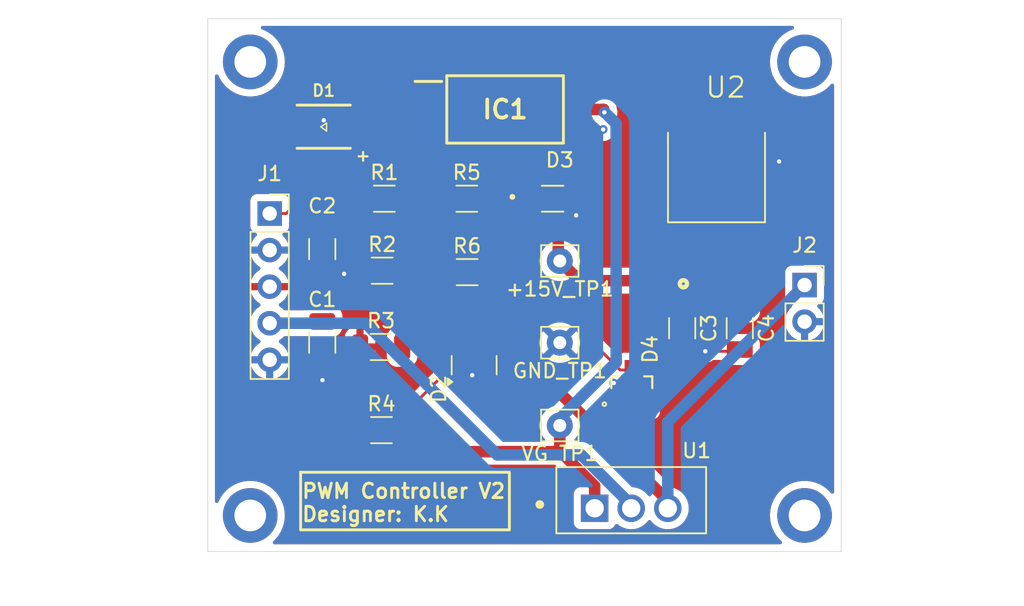
<source format=kicad_pcb>
(kicad_pcb (version 20240108) (generator "pcbnew") (generator_version "8.0")
  (title_block (title "PWM Controller V2") (date "2025-03-02") (rev "Version 2") (company "University of Liverpool"))
  (layers (0 "F.Cu" signal) (31 "B.Cu" signal) (35 "F.Paste" user) (37 "F.SilkS" user "F.Silkscreen") (38 "B.Mask" user) (39 "F.Mask" user) (44 "Edge.Cuts" user))
  (net 0 "")
  (net 1 "/+15V")
  (net 2 "+24V")
  (net 3 "GND")
  (net 4 "Net-(D1-Pad2)")
  (net 5 "Net-(D2-K)")
  (net 7 "Net-(D3-Pad1)")
  (net 9 "Net-(D4-Pad3)")
  (net 11 "Net-(IC1-ANODE)")
  (net 12 "/VG")
  (net 13 "Net-(IC1-CATHODE)")
  (net 14 "/PWM input")
  (net 15 "/Vsource")
  (net 16 "+12V")
  (footprint "BZD27C10P:SODFL3618X143N" (layer "F.Cu") (at 109.5 90)
    (property "Reference" "D3" (at 0.495 -2.685 0) (layer "F.SilkS"))
    (property "Value" "BZD27C24P R3G")
    (fp_line (start -0.75 -0.9) (end 0.75 -0.9) (stroke (width 0.127)) (layer "F.SilkS"))
    (fp_line (start -0.75 0.9) (end 0.75 0.9) (stroke (width 0.127)) (layer "F.SilkS"))
    (fp_circle (center -2.795 -0.127) (end -2.695 -0.127) (stroke (width 0.2)) (fill none) (layer "F.SilkS"))
    (pad "1" smd rect (at -1.55 0) (size 1.11 1.22) (layers "F.Cu" "F.Paste" "F.Mask") (net 7 "Net-(D3-Pad1)"))
    (pad "2" smd rect (at 1.55 0) (size 1.11 1.22) (layers "F.Cu" "F.Paste" "F.Mask") (net 3 "GND"))
  )
  (footprint "Resistor_SMD:R_1206_3216Metric" (layer "F.Cu") (at 103.5375 90)
    (property "Reference" "R5" (at 0 -1.82 0) (layer "F.SilkS"))
    (property "Value" "1.1k")
    (fp_line (start -0.727064 -0.91) (end 0.727064 -0.91) (stroke (width 0.12)) (layer "F.SilkS"))
    (fp_line (start -0.727064 0.91) (end 0.727064 0.91) (stroke (width 0.12)) (layer "F.SilkS"))
    (pad "1" smd roundrect (at -1.4625 0) (size 1.125 1.75) (layers "F.Cu" "F.Paste" "F.Mask") (roundrect_rratio 0.222222) (net 2 "+24V"))
    (pad "2" smd roundrect (at 1.4625 0) (size 1.125 1.75) (layers "F.Cu" "F.Paste" "F.Mask") (roundrect_rratio 0.222222) (net 7 "Net-(D3-Pad1)"))
  )
  (footprint "Package_TO_SOT_SMD:SOT-23" (layer "F.Cu") (at 104.05 101.5625 90)
    (property "Reference" "D2" (at -1.65 -2.4625 -90) (layer "F.SilkS"))
    (property "Value" "BZX84C15")
    (fp_line (start 0 -1.56) (end 0.65 -1.56) (stroke (width 0.12)) (layer "F.SilkS"))
    (fp_line (start 0 -1.56) (end -0.65 -1.56) (stroke (width 0.12)) (layer "F.SilkS"))
    (fp_line (start 0 1.56) (end 0.65 1.56) (stroke (width 0.12)) (layer "F.SilkS"))
    (fp_line (start 0 1.56) (end -0.65 1.56) (stroke (width 0.12)) (layer "F.SilkS"))
    (fp_poly (pts (xy -1.1625 -1.51) (xy -1.4025 -1.84) (xy -0.9225 -1.84) (xy -1.1625 -1.51)) (stroke (width 0.12)) (fill solid) (layer "F.SilkS"))
    (pad "1" smd roundrect (at -0.9375 -0.95 90) (size 1.475 0.6) (layers "F.Cu" "F.Paste" "F.Mask") (net 3 "GND"))
    (pad "2" smd roundrect (at -0.9375 0.95 90) (size 1.475 0.6) (layers "F.Cu" "F.Paste" "F.Mask"))
    (pad "3" smd roundrect (at 0.9375 0 90) (size 1.475 0.6) (layers "F.Cu" "F.Paste" "F.Mask") (net 5 "Net-(D2-K)"))
  )
  (footprint "MountingHole:MountingHole_2.2mm_M2_DIN965_Pad" (layer "F.Cu") (at 88.5 80.5)
    (property "Reference" "H1" (hide yes))
    (property "Value" "MountingHole_Pad_MP")
    (pad "1" thru_hole circle (at 0 0) (size 3.8 3.8) (drill 2.2) (layers "*.Cu" "*.Mask"))
  )
  (footprint "Connector_Pin:Pin_D0.9mm_L10.0mm_W2.4mm_FlatFork" (layer "F.Cu") (at 110 94.325)
    (property "Reference" "+15V_TP1" (at 0 1.95 0) (layer "F.SilkS"))
    (property "Value" "TestPoint")
    (fp_line (start -1.3 -1.1) (end -1.3 0.6) (stroke (width 0.12)) (layer "F.SilkS"))
    (fp_line (start -1.3 0.6) (end -1.3 1.1) (stroke (width 0.12)) (layer "F.SilkS"))
    (fp_line (start -1.3 1.1) (end 1.3 1.1) (stroke (width 0.12)) (layer "F.SilkS"))
    (fp_line (start 1.3 -1.1) (end -1.3 -1.1) (stroke (width 0.12)) (layer "F.SilkS"))
    (fp_line (start 1.3 1.1) (end 1.3 -1.1) (stroke (width 0.12)) (layer "F.SilkS"))
    (pad "1" thru_hole circle (at 0 0) (size 1.8 1.8) (drill 0.9) (layers "*.Cu" "*.Mask") (net 1 "/+15V"))
  )
  (footprint "MC7805BDTRKG:DPAK229P990X238-4N" (layer "F.Cu") (at 120.8833 89.51)
    (property "Reference" "U2" (at 0.635 -7.239 0) (layer "F.SilkS") (effects (font (size 1.4 1.4))))
    (property "Value" "MC7815CDTRKG")
    (fp_line (start -3.37 2.128) (end -3.37 -4.093) (stroke (width 0.127)) (layer "F.SilkS"))
    (fp_line (start 3.37 -4.093) (end 3.37 2.128) (stroke (width 0.127)) (layer "F.SilkS"))
    (fp_line (start 3.37 2.128) (end -3.37 2.128) (stroke (width 0.127)) (layer "F.SilkS"))
    (fp_circle (center -2.3 6.4) (end -2.2 6.4) (stroke (width 0.3)) (fill none) (layer "F.SilkS"))
    (pad "1" smd rect (at -2.29 4.14) (size 0.97 2.83) (layers "F.Cu" "F.Paste" "F.Mask") (net 2 "+24V"))
    (pad "2" smd rect (at 0 -2.51) (size 5.63 6.09) (layers "F.Cu" "F.Mask") (net 3 "GND"))
    (pad "3" smd rect (at 2.29 4.14) (size 0.97 2.83) (layers "F.Cu" "F.Paste" "F.Mask") (net 1 "/+15V"))
  )
  (footprint "Connector_Pin:Pin_D0.9mm_L10.0mm_W2.4mm_FlatFork" (layer "F.Cu") (at 110 100)
    (property "Reference" "GND_TP1" (at 0 1.95 0) (layer "F.SilkS"))
    (property "Value" "TestPoint")
    (fp_line (start -1.3 -1.1) (end -1.3 0.6) (stroke (width 0.12)) (layer "F.SilkS"))
    (fp_line (start -1.3 0.6) (end -1.3 1.1) (stroke (width 0.12)) (layer "F.SilkS"))
    (fp_line (start -1.3 1.1) (end 1.3 1.1) (stroke (width 0.12)) (layer "F.SilkS"))
    (fp_line (start 1.3 -1.1) (end -1.3 -1.1) (stroke (width 0.12)) (layer "F.SilkS"))
    (fp_line (start 1.3 1.1) (end 1.3 -1.1) (stroke (width 0.12)) (layer "F.SilkS"))
    (pad "1" thru_hole circle (at 0 0) (size 1.8 1.8) (drill 0.9) (layers "*.Cu" "*.Mask") (net 3 "GND"))
  )
  (footprint "Resistor_SMD:R_1206_3216Metric" (layer "F.Cu") (at 97.8125 90)
    (property "Reference" "R1" (at 0 -1.82 0) (layer "F.SilkS"))
    (property "Value" "130R")
    (fp_line (start -0.727064 -0.91) (end 0.727064 -0.91) (stroke (width 0.12)) (layer "F.SilkS"))
    (fp_line (start -0.727064 0.91) (end 0.727064 0.91) (stroke (width 0.12)) (layer "F.SilkS"))
    (pad "1" smd roundrect (at -1.4625 0) (size 1.125 1.75) (layers "F.Cu" "F.Paste" "F.Mask") (roundrect_rratio 0.222222) (net 14 "/PWM input"))
    (pad "2" smd roundrect (at 1.4625 0) (size 1.125 1.75) (layers "F.Cu" "F.Paste" "F.Mask") (roundrect_rratio 0.222222) (net 11 "Net-(IC1-ANODE)"))
  )
  (footprint "Capacitor_SMD:C_1206_3216Metric" (layer "F.Cu") (at 93.5 93.5 -90)
    (property "Reference" "C2" (at -3 0 180) (layer "F.SilkS"))
    (property "Value" "10uF")
    (fp_line (start -0.711252 0.91) (end 0.711252 0.91) (stroke (width 0.12)) (layer "F.SilkS"))
    (fp_line (start -0.711252 -0.91) (end 0.711252 -0.91) (stroke (width 0.12)) (layer "F.SilkS"))
    (pad "1" smd roundrect (at -1.475 0 270) (size 1.15 1.8) (layers "F.Cu" "F.Paste" "F.Mask") (roundrect_rratio 0.217391) (net 2 "+24V"))
    (pad "2" smd roundrect (at 1.475 0 270) (size 1.15 1.8) (layers "F.Cu" "F.Paste" "F.Mask") (roundrect_rratio 0.217391) (net 3 "GND"))
  )
  (footprint "BAS70-7:SOT23" (layer "F.Cu") (at 115 103 90)
    (property "Reference" "D4" (at 2.543455 1.271735 -90) (layer "F.SilkS") (effects (font (size 1.001362 1.001362))))
    (property "Value" "PMEG3005ET-QR")
    (fp_line (start 0.6604 -1.4224) (end 0.6604 -0.8636) (stroke (width 0.1524)) (layer "F.SilkS"))
    (fp_line (start -0.1524 -1.4224) (end 0.6604 -1.4224) (stroke (width 0.1524)) (layer "F.SilkS"))
    (fp_line (start 0.6604 0.8636) (end 0.6604 1.4224) (stroke (width 0.1524)) (layer "F.SilkS"))
    (fp_line (start 0.6604 1.4224) (end -0.1524 1.4224) (stroke (width 0.1524)) (layer "F.SilkS"))
    (fp_circle (center -1.27 -1.905) (end -1.143 -1.905) (stroke (width 0.127)) (fill none) (layer "F.SilkS"))
    (pad "1" smd rect (at -1.1 -0.95 90) (size 1.4 1) (layers "F.Cu" "F.Paste" "F.Mask") (net 3 "GND"))
    (pad "2" smd rect (at -1.1 0.95 90) (size 1.4 1) (layers "F.Cu" "F.Paste" "F.Mask"))
    (pad "3" smd rect (at 1.1 0 90) (size 1.4 1) (layers "F.Cu" "F.Paste" "F.Mask") (net 9 "Net-(D4-Pad3)"))
  )
  (footprint "Capacitor_SMD:C_1206_3216Metric" (layer "F.Cu") (at 93.5 100 -90)
    (property "Reference" "C1" (at -3 0 180) (layer "F.SilkS"))
    (property "Value" "10uF")
    (fp_line (start -0.711252 0.91) (end 0.711252 0.91) (stroke (width 0.12)) (layer "F.SilkS"))
    (fp_line (start -0.711252 -0.91) (end 0.711252 -0.91) (stroke (width 0.12)) (layer "F.SilkS"))
    (pad "1" smd roundrect (at -1.475 0 270) (size 1.15 1.8) (layers "F.Cu" "F.Paste" "F.Mask") (roundrect_rratio 0.217391) (net 16 "+12V"))
    (pad "2" smd roundrect (at 1.475 0 270) (size 1.15 1.8) (layers "F.Cu" "F.Paste" "F.Mask") (roundrect_rratio 0.217391) (net 3 "GND"))
  )
  (footprint "Resistor_SMD:R_1206_3216Metric" (layer "F.Cu") (at 103.5625 95.1)
    (property "Reference" "R6" (at 0 -1.82 0) (layer "F.SilkS"))
    (property "Value" "2.4k")
    (fp_line (start -0.727064 -0.91) (end 0.727064 -0.91) (stroke (width 0.12)) (layer "F.SilkS"))
    (fp_line (start -0.727064 0.91) (end 0.727064 0.91) (stroke (width 0.12)) (layer "F.SilkS"))
    (pad "1" smd roundrect (at -1.4625 0) (size 1.125 1.75) (layers "F.Cu" "F.Paste" "F.Mask") (roundrect_rratio 0.222222) (net 15 "/Vsource"))
    (pad "2" smd roundrect (at 1.4625 0) (size 1.125 1.75) (layers "F.Cu" "F.Paste" "F.Mask") (roundrect_rratio 0.222222) (net 9 "Net-(D4-Pad3)"))
  )
  (footprint "Connector_Pin:Pin_D0.9mm_L10.0mm_W2.4mm_FlatFork" (layer "F.Cu") (at 110 105.75)
    (property "Reference" "VG_TP1" (at 0 1.95 0) (layer "F.SilkS"))
    (property "Value" "TestPoint")
    (fp_line (start -1.3 -1.1) (end -1.3 0.6) (stroke (width 0.12)) (layer "F.SilkS"))
    (fp_line (start -1.3 0.6) (end -1.3 1.1) (stroke (width 0.12)) (layer "F.SilkS"))
    (fp_line (start -1.3 1.1) (end 1.3 1.1) (stroke (width 0.12)) (layer "F.SilkS"))
    (fp_line (start 1.3 -1.1) (end -1.3 -1.1) (stroke (width 0.12)) (layer "F.SilkS"))
    (fp_line (start 1.3 1.1) (end 1.3 -1.1) (stroke (width 0.12)) (layer "F.SilkS"))
    (pad "1" thru_hole circle (at 0 0) (size 1.8 1.8) (drill 0.9) (layers "*.Cu" "*.Mask") (net 12 "/VG"))
  )
  (footprint "Capacitor_SMD:C_1206_3216Metric" (layer "F.Cu") (at 122.5 99 -90)
    (property "Reference" "C4" (at 0 -1.85 90) (layer "F.SilkS"))
    (property "Value" "10uF")
    (fp_line (start -0.711252 0.91) (end 0.711252 0.91) (stroke (width 0.12)) (layer "F.SilkS"))
    (fp_line (start -0.711252 -0.91) (end 0.711252 -0.91) (stroke (width 0.12)) (layer "F.SilkS"))
    (pad "1" smd roundrect (at -1.475 0 270) (size 1.15 1.8) (layers "F.Cu" "F.Paste" "F.Mask") (roundrect_rratio 0.217391) (net 1 "/+15V"))
    (pad "2" smd roundrect (at 1.475 0 270) (size 1.15 1.8) (layers "F.Cu" "F.Paste" "F.Mask") (roundrect_rratio 0.217391) (net 3 "GND"))
  )
  (footprint "MountingHole:MountingHole_2.2mm_M2_DIN965_Pad" (layer "F.Cu") (at 88.5 112)
    (property "Reference" "H3" (hide yes))
    (property "Value" "MountingHole_Pad_MP")
    (pad "1" thru_hole circle (at 0 0) (size 3.8 3.8) (drill 2.2) (layers "*.Cu" "*.Mask"))
  )
  (footprint "Capacitor_SMD:C_1206_3216Metric" (layer "F.Cu") (at 118.5 99 -90)
    (property "Reference" "C3" (at 0 -1.85 -90) (layer "F.SilkS"))
    (property "Value" "0.33uF")
    (fp_line (start -0.711252 0.91) (end 0.711252 0.91) (stroke (width 0.12)) (layer "F.SilkS"))
    (fp_line (start -0.711252 -0.91) (end 0.711252 -0.91) (stroke (width 0.12)) (layer "F.SilkS"))
    (pad "1" smd roundrect (at -1.475 0 270) (size 1.15 1.8) (layers "F.Cu" "F.Paste" "F.Mask") (roundrect_rratio 0.217391) (net 2 "+24V"))
    (pad "2" smd roundrect (at 1.475 0 270) (size 1.15 1.8) (layers "F.Cu" "F.Paste" "F.Mask") (roundrect_rratio 0.217391) (net 3 "GND"))
  )
  (footprint "Resistor_SMD:R_1206_3216Metric" (layer "F.Cu") (at 97.6625 95)
    (property "Reference" "R2" (at 0 -1.82 0) (layer "F.SilkS"))
    (property "Value" "130R")
    (fp_line (start -0.727064 -0.91) (end 0.727064 -0.91) (stroke (width 0.12)) (layer "F.SilkS"))
    (fp_line (start -0.727064 0.91) (end 0.727064 0.91) (stroke (width 0.12)) (layer "F.SilkS"))
    (pad "1" smd roundrect (at -1.4625 0) (size 1.125 1.75) (layers "F.Cu" "F.Paste" "F.Mask") (roundrect_rratio 0.222222) (net 3 "GND"))
    (pad "2" smd roundrect (at 1.4625 0) (size 1.125 1.75) (layers "F.Cu" "F.Paste" "F.Mask") (roundrect_rratio 0.222222) (net 13 "Net-(IC1-CATHODE)"))
  )
  (footprint "Resistor_SMD:R_1206_3216Metric" (layer "F.Cu") (at 97.5875 100.3)
    (property "Reference" "R3" (at 0 -1.82 0) (layer "F.SilkS"))
    (property "Value" "1.1k")
    (fp_line (start -0.727064 -0.91) (end 0.727064 -0.91) (stroke (width 0.12)) (layer "F.SilkS"))
    (fp_line (start -0.727064 0.91) (end 0.727064 0.91) (stroke (width 0.12)) (layer "F.SilkS"))
    (pad "1" smd roundrect (at -1.4625 0) (size 1.125 1.75) (layers "F.Cu" "F.Paste" "F.Mask") (roundrect_rratio 0.222222) (net 2 "+24V"))
    (pad "2" smd roundrect (at 1.4625 0) (size 1.125 1.75) (layers "F.Cu" "F.Paste" "F.Mask") (roundrect_rratio 0.222222) (net 4 "Net-(D1-Pad2)"))
  )
  (footprint "Resistor_SMD:R_1206_3216Metric" (layer "F.Cu") (at 97.6125 106.075)
    (property "Reference" "R4" (at 0 -1.82 0) (layer "F.SilkS"))
    (property "Value" "15k")
    (fp_line (start -0.727064 -0.91) (end 0.727064 -0.91) (stroke (width 0.12)) (layer "F.SilkS"))
    (fp_line (start -0.727064 0.91) (end 0.727064 0.91) (stroke (width 0.12)) (layer "F.SilkS"))
    (pad "1" smd roundrect (at -1.4625 0) (size 1.125 1.75) (layers "F.Cu" "F.Paste" "F.Mask") (roundrect_rratio 0.222222) (net 12 "/VG"))
    (pad "2" smd roundrect (at 1.4625 0) (size 1.125 1.75) (layers "F.Cu" "F.Paste" "F.Mask") (roundrect_rratio 0.222222) (net 5 "Net-(D2-K)"))
  )
  (footprint "UCC23513QDWYRQ1:SOIC127P1150X355-6N" (layer "F.Cu") (at 106.2 83.8)
    (property "Reference" "IC1" (at 0 0 0) (layer "F.SilkS") (effects (font (size 1.27 1.27) (thickness 0.254))))
    (property "Value" "UCC23513QDWYRQ1" (hide yes))
    (fp_line (start -6.25 -1.945) (end -4.4 -1.945) (stroke (width 0.2)) (layer "F.SilkS"))
    (fp_line (start -4.05 -2.34) (end 4.05 -2.34) (stroke (width 0.2)) (layer "F.SilkS"))
    (fp_line (start -4.05 2.34) (end -4.05 -2.34) (stroke (width 0.2)) (layer "F.SilkS"))
    (fp_line (start 4.05 -2.34) (end 4.05 2.34) (stroke (width 0.2)) (layer "F.SilkS"))
    (fp_line (start 4.05 2.34) (end -4.05 2.34) (stroke (width 0.2)) (layer "F.SilkS"))
    (pad "1" smd rect (at -5.325 -1.27 90) (size 0.65 1.85) (layers "F.Cu" "F.Paste" "F.Mask") (net 11 "Net-(IC1-ANODE)"))
    (pad "2" smd rect (at -5.325 0 90) (size 0.65 1.85) (layers "F.Cu" "F.Paste" "F.Mask"))
    (pad "3" smd rect (at -5.325 1.27 90) (size 0.65 1.85) (layers "F.Cu" "F.Paste" "F.Mask") (net 13 "Net-(IC1-CATHODE)"))
    (pad "4" smd rect (at 5.325 1.27 90) (size 0.65 1.85) (layers "F.Cu" "F.Paste" "F.Mask") (net 3 "GND"))
    (pad "5" smd rect (at 5.325 0 90) (size 0.65 1.85) (layers "F.Cu" "F.Paste" "F.Mask") (net 12 "/VG"))
    (pad "6" smd rect (at 5.325 -1.27 90) (size 0.65 1.85) (layers "F.Cu" "F.Paste" "F.Mask") (net 1 "/+15V"))
  )
  (footprint "STP55NF06L:TO254P1040X460X1935-3" (layer "F.Cu") (at 112.42 111.5)
    (property "Reference" "U1" (at 7.08 -4 0) (layer "F.SilkS"))
    (property "Value" "STP55NF06L")
    (fp_line (start -2.66 -2.86) (end 7.74 -2.86) (stroke (width 0.127)) (layer "F.SilkS"))
    (fp_line (start -2.66 1.74) (end -2.66 -2.86) (stroke (width 0.127)) (layer "F.SilkS"))
    (fp_line (start 7.74 -2.86) (end 7.74 1.74) (stroke (width 0.127)) (layer "F.SilkS"))
    (fp_line (start 7.74 1.74) (end -2.66 1.74) (stroke (width 0.127)) (layer "F.SilkS"))
    (fp_circle (center -3.81 -0.26) (end -3.66 -0.26) (stroke (width 0.3)) (fill none) (layer "F.SilkS"))
    (pad "1" thru_hole rect (at 0 0) (size 1.91 1.91) (drill 1.27) (layers "*.Cu" "*.Mask") (net 12 "/VG"))
    (pad "2" thru_hole circle (at 2.54 0) (size 1.91 1.91) (drill 1.27) (layers "*.Cu" "*.Mask") (net 16 "+12V"))
    (pad "3" thru_hole circle (at 5.08 0) (size 1.91 1.91) (drill 1.27) (layers "*.Cu" "*.Mask") (net 15 "/Vsource"))
  )
  (footprint "MountingHole:MountingHole_2.2mm_M2_DIN965_Pad" (layer "F.Cu") (at 127 112)
    (property "Reference" "H4" (hide yes))
    (property "Value" "MountingHole_Pad_MP")
    (pad "1" thru_hole circle (at 0 0) (size 3.8 3.8) (drill 2.2) (layers "*.Cu" "*.Mask"))
  )
  (footprint "Connector_PinSocket_2.54mm:PinSocket_1x02_P2.54mm_Vertical" (layer "F.Cu") (at 127 96)
    (property "Reference" "J2" (at 0 -2.77 0) (layer "F.SilkS"))
    (property "Value" "Conn_01x02_Pin")
    (fp_line (start -1.33 1.27) (end -1.33 3.87) (stroke (width 0.12)) (layer "F.SilkS"))
    (fp_line (start -1.33 1.27) (end 1.33 1.27) (stroke (width 0.12)) (layer "F.SilkS"))
    (fp_line (start -1.33 3.87) (end 1.33 3.87) (stroke (width 0.12)) (layer "F.SilkS"))
    (fp_line (start 0 -1.33) (end 1.33 -1.33) (stroke (width 0.12)) (layer "F.SilkS"))
    (fp_line (start 1.33 -1.33) (end 1.33 0) (stroke (width 0.12)) (layer "F.SilkS"))
    (fp_line (start 1.33 1.27) (end 1.33 3.87) (stroke (width 0.12)) (layer "F.SilkS"))
    (pad "1" thru_hole rect (at 0 0) (size 1.7 1.7) (drill 1) (layers "*.Cu" "*.Mask") (net 15 "/Vsource"))
    (pad "2" thru_hole oval (at 0 2.54) (size 1.7 1.7) (drill 1) (layers "*.Cu" "*.Mask") (net 3 "GND"))
  )
  (footprint "MountingHole:MountingHole_2.2mm_M2_DIN965_Pad" (layer "F.Cu") (at 127 80.5)
    (property "Reference" "H2" (hide yes))
    (property "Value" "MountingHole_Pad_MP")
    (pad "1" thru_hole circle (at 0 0) (size 3.8 3.8) (drill 2.2) (layers "*.Cu" "*.Mask"))
  )
  (footprint "Connector_PinSocket_2.54mm:PinSocket_1x05_P2.54mm_Vertical" (layer "F.Cu") (at 89.85 91.03)
    (property "Reference" "J1" (at 0 -2.77 0) (layer "F.SilkS"))
    (property "Value" "Conn_01x05_Pin")
    (fp_line (start -1.33 1.27) (end -1.33 11.49) (stroke (width 0.12)) (layer "F.SilkS"))
    (fp_line (start -1.33 1.27) (end 1.33 1.27) (stroke (width 0.12)) (layer "F.SilkS"))
    (fp_line (start -1.33 11.49) (end 1.33 11.49) (stroke (width 0.12)) (layer "F.SilkS"))
    (fp_line (start 0 -1.33) (end 1.33 -1.33) (stroke (width 0.12)) (layer "F.SilkS"))
    (fp_line (start 1.33 -1.33) (end 1.33 0) (stroke (width 0.12)) (layer "F.SilkS"))
    (fp_line (start 1.33 1.27) (end 1.33 11.49) (stroke (width 0.12)) (layer "F.SilkS"))
    (pad "1" thru_hole rect (at 0 0) (size 1.7 1.7) (drill 1) (layers "*.Cu" "*.Mask") (net 14 "/PWM input"))
    (pad "2" thru_hole oval (at 0 2.54) (size 1.7 1.7) (drill 1) (layers "*.Cu" "*.Mask") (net 3 "GND"))
    (pad "3" thru_hole oval (at 0 5.08) (size 1.7 1.7) (drill 1) (layers "*.Cu" "*.Mask") (net 2 "+24V"))
    (pad "4" thru_hole oval (at 0 7.62) (size 1.7 1.7) (drill 1) (layers "*.Cu" "*.Mask") (net 16 "+12V"))
    (pad "5" thru_hole oval (at 0 10.16) (size 1.7 1.7) (drill 1) (layers "*.Cu" "*.Mask") (net 3 "GND"))
  )
  (footprint "WL-SMTW_3528:WL-SMTW_3528" (layer "F.Cu") (at 93.6 85)
    (property "Reference" "D1" (at 0 -2.508 0) (layer "F.SilkS") (effects (font (size 0.8 0.8))))
    (property "Value" "KA-3528SGT")
    (fp_line (start -1.85 -1.5) (end 1.85 -1.5) (stroke (width 0.2)) (layer "F.SilkS"))
    (fp_line (start -0.2 0) (end 0.2 -0.25) (stroke (width 0.1)) (layer "F.SilkS"))
    (fp_line (start 0.2 -0.25) (end 0.2 0.3) (stroke (width 0.1)) (layer "F.SilkS"))
    (fp_line (start 0.2 0.3) (end -0.2 0) (stroke (width 0.1)) (layer "F.SilkS"))
    (fp_line (start 1.85 1.5) (end -1.85 1.5) (stroke (width 0.2)) (layer "F.SilkS"))
    (fp_text user "+" (at 2.7375 2 0) (layer "F.SilkS") (effects (font (size 0.8 0.8))))
    (pad "1" smd rect (at -1.425 0) (size 1.6 2.4) (layers "F.Cu" "F.Paste" "F.Mask") (net 3 "GND"))
    (pad "2" smd rect (at 1.425 0) (size 1.6 2.4) (layers "F.Cu" "F.Paste" "F.Mask") (net 4 "Net-(D1-Pad2)"))
  )
  (gr_rect (start 92 109) (end 106.5 113) (stroke (width 0.2)) (fill none) (layer "F.SilkS"))
  (gr_rect (start 85.55 77.5) (end 129.55 114.5) (stroke (width 0.05)) (fill none) (layer "Edge.Cuts"))
  (gr_text "PWM Controller V2\nDesigner: K.K" (at 92 112.5 0) (layer "F.SilkS") (effects (font (size 1 1) (thickness 0.2) (bold yes)) (justify left bottom)))
  (segment (start 109.9983 82.53) (end 109.8933 82.635) (width 0.8) (layer "F.Cu") (net 1))
  (segment (start 111.3666 95.6916) (end 110 94.325) (width 0.8) (layer "F.Cu") (net 1))
  (segment (start 122.5 95.6916) (end 122.5 97.525) (width 0.8) (layer "F.Cu") (net 1))
  (segment (start 109.8933 82.635) (end 109.8933 94.2183) (width 0.8) (layer "F.Cu") (net 1))
  (segment (start 122.63 93.65) (end 122.5 93.78) (width 0.8) (layer "F.Cu") (net 1))
  (segment (start 111.525 82.53) (end 109.9983 82.53) (width 0.8) (layer "F.Cu") (net 1))
  (segment (start 122.5 95.6916) (end 111.3666 95.6916) (width 0.8) (layer "F.Cu") (net 1))
  (segment (start 123.1733 93.65) (end 122.63 93.65) (width 0.8) (layer "F.Cu") (net 1))
  (segment (start 109.8933 94.2183) (end 110 94.325) (width 0.8) (layer "F.Cu") (net 1))
  (segment (start 122.5 93.78) (end 122.5 95.6916) (width 0.8) (layer "F.Cu") (net 1))
  (segment (start 112.7517 85.07) (end 112.8735 85.1918) (width 0.2) (layer "F.Cu") (net 3))
  (segment (start 111.525 85.07) (end 112.7517 85.07) (width 0.2) (layer "F.Cu") (net 3))
  (segment (start 118.6229 100.5979) (end 120.1057 100.5979) (width 0.2) (layer "F.Cu") (net 3))
  (segment (start 95.0188 95.2224) (end 95.0188 95) (width 0.2) (layer "F.Cu") (net 3))
  (segment (start 93.525 95) (end 93.5 94.975) (width 0.2) (layer "F.Cu") (net 3))
  (segment (start 113.7472 102.8025) (end 114.043 103.0983) (width 0.2) (layer "F.Cu") (net 3))
  (segment (start 111.1318 91.1586) (end 111.05 91.0768) (width 0.2) (layer "F.Cu") (net 3))
  (segment (start 93.2767 84.8765) (end 93.2767 85) (width 0.2) (layer "F.Cu") (net 3))
  (segment (start 112.8735 85.1918) (end 113.0129 85.1918) (width 0.2) (layer "F.Cu") (net 3))
  (segment (start 95.0188 95) (end 93.525 95) (width 0.2) (layer "F.Cu") (net 3))
  (segment (start 124.4148 87.4148) (end 124 87) (width 0.2) (layer "F.Cu") (net 3))
  (segment (start 118.5 100.475) (end 118.6229 100.5979) (width 0.2) (layer "F.Cu") (net 3))
  (segment (start 93.6 84.5532) (end 93.2767 84.8765) (width 0.2) (layer "F.Cu") (net 3))
  (segment (start 111.05 91.0768) (end 111.05 90) (width 0.2) (layer "F.Cu") (net 3))
  (segment (start 93.5 102.5841) (end 93.5 101.475) (width 0.2) (layer "F.Cu") (net 3))
  (segment (start 93.5182 102.6023) (end 93.5 102.5841) (width 0.2) (layer "F.Cu") (net 3))
  (segment (start 103.9146 102.2583) (end 103.3417 102.2583) (width 0.2) (layer "F.Cu") (net 3))
  (segment (start 114.043 103.0983) (end 114.05 103.0983) (width 0.2) (layer "F.Cu") (net 3))
  (segment (start 92.175 85) (end 93.2767 85) (width 0.2) (layer "F.Cu") (net 3))
  (segment (start 114.05 104.1) (end 114.05 103.0983) (width 0.2) (layer "F.Cu") (net 3))
  (segment (start 125.2305 87.4148) (end 124.4148 87.4148) (width 0.2) (layer "F.Cu") (net 3))
  (segment (start 103.3417 102.2583) (end 103.1 102.5) (width 0.2) (layer "F.Cu") (net 3))
  (segment (start 120.8833 87) (end 124 87) (width 0.2) (layer "F.Cu") (net 3))
  (segment (start 122.3771 100.5979) (end 122.5 100.475) (width 0.2) (layer "F.Cu") (net 3))
  (segment (start 120.1057 100.5979) (end 122.3771 100.5979) (width 0.2) (layer "F.Cu") (net 3))
  (segment (start 96.2 95) (end 95.0188 95) (width 0.2) (layer "F.Cu") (net 3))
  (via (at 120.1057 100.5979) (size 0.6) (drill 0.3) (layers "F.Cu" "B.Cu") (net 3))
  (via (at 93.5182 102.6023) (size 0.6) (drill 0.3) (layers "F.Cu" "B.Cu") (net 3))
  (via (at 93.6 84.5532) (size 0.6) (drill 0.3) (layers "F.Cu" "B.Cu") (net 3))
  (via (at 111.1318 91.1586) (size 0.6) (drill 0.3) (layers "F.Cu" "B.Cu") (net 3))
  (via (at 95.0188 95.2224) (size 0.6) (drill 0.3) (layers "F.Cu" "B.Cu") (net 3))
  (via (at 125.2305 87.4148) (size 0.6) (drill 0.3) (layers "F.Cu" "B.Cu") (net 3))
  (via (at 113.0129 85.1918) (size 0.6) (drill 0.3) (layers "F.Cu" "B.Cu") (net 3))
  (via (at 113.7472 102.8025) (size 0.6) (drill 0.3) (layers "F.Cu" "B.Cu") (net 3))
  (via (at 103.9146 102.2583) (size 0.6) (drill 0.3) (layers "F.Cu" "B.Cu") (net 3))
  (segment (start 97.8125 97.1669) (end 99.05 98.4044) (width 0.2) (layer "F.Cu") (net 4))
  (segment (start 99.05 98.4044) (end 99.05 100.3) (width 0.2) (layer "F.Cu") (net 4))
  (segment (start 95.025 85) (end 96.1267 85) (width 0.2) (layer "F.Cu") (net 4))
  (segment (start 96.1267 85) (end 97.8125 86.6858) (width 0.2) (layer "F.Cu") (net 4))
  (segment (start 97.8125 86.6858) (end 97.8125 97.1669) (width 0.2) (layer "F.Cu") (net 4))
  (segment (start 103.5253 100.625) (end 99.075 105.0753) (width 0.2) (layer "F.Cu") (net 5))
  (segment (start 99.075 105.0753) (end 99.075 106.075) (width 0.2) (layer "F.Cu") (net 5))
  (segment (start 104.05 100.625) (end 103.5253 100.625) (width 0.2) (layer "F.Cu") (net 5))
  (segment (start 105 90) (end 107.95 90) (width 0.2) (layer "F.Cu") (net 7))
  (segment (start 114.1983 101.9) (end 107.3983 95.1) (width 0.2) (layer "F.Cu") (net 9))
  (segment (start 115 101.9) (end 114.1983 101.9) (width 0.2) (layer "F.Cu") (net 9))
  (segment (start 107.3983 95.1) (end 105.025 95.1) (width 0.2) (layer "F.Cu") (net 9))
  (segment (start 99.6483 82.53) (end 99.6483 89.6267) (width 0.2) (layer "F.Cu") (net 11))
  (segment (start 99.6483 89.6267) (end 99.275 90) (width 0.2) (layer "F.Cu") (net 11))
  (segment (start 100.875 82.53) (end 99.6483 82.53) (width 0.2) (layer "F.Cu") (net 11))
  (segment (start 113.0517 83.9606) (end 113.0517 83.8) (width 0.8) (layer "F.Cu") (net 12))
  (segment (start 112.42 109.9433) (end 110.047 107.5703) (width 0.8) (layer "F.Cu") (net 12))
  (segment (start 111.525 83.8) (end 113.0517 83.8) (width 0.8) (layer "F.Cu") (net 12))
  (segment (start 113.0974 84.0063) (end 113.0517 83.9606) (width 0.8) (layer "F.Cu") (net 12))
  (segment (start 110 107.5703) (end 97.6453 107.5703) (width 0.8) (layer "F.Cu") (net 12))
  (segment (start 112.42 111.5) (end 112.42 109.9433) (width 0.8) (layer "F.Cu") (net 12))
  (segment (start 97.6453 107.5703) (end 96.15 106.075) (width 0.8) (layer "F.Cu") (net 12))
  (segment (start 110.047 107.5703) (end 110 107.5703) (width 0.8) (layer "F.Cu") (net 12))
  (segment (start 110 107.5703) (end 110 105.75) (width 0.8) (layer "F.Cu") (net 12))
  (via (at 113.0974 84.0063) (size 0.6) (drill 0.3) (layers "F.Cu" "B.Cu") (net 12))
  (segment (start 113.0974 84.0063) (end 113.1308 84.0063) (width 0.8) (layer "B.Cu") (net 12))
  (segment (start 113.1308 84.0063) (end 113.9146 84.7901) (width 0.8) (layer "B.Cu") (net 12))
  (segment (start 110 105.2746) (end 110 105.75) (width 0.8) (layer "B.Cu") (net 12))
  (segment (start 113.9146 84.7901) (end 113.9146 101.36) (width 0.8) (layer "B.Cu") (net 12))
  (segment (start 113.9146 101.36) (end 110 105.2746) (width 0.8) (layer "B.Cu") (net 12))
  (segment (start 100.875 85.07) (end 100.875 93.25) (width 0.2) (layer "F.Cu") (net 13))
  (segment (start 100.875 93.25) (end 99.125 95) (width 0.2) (layer "F.Cu") (net 13))
  (segment (start 92.0317 90) (end 96.35 90) (width 0.2) (layer "F.Cu") (net 14))
  (segment (start 91.0017 91.03) (end 92.0317 90) (width 0.2) (layer "F.Cu") (net 14))
  (segment (start 89.85 91.03) (end 91.0017 91.03) (width 0.2) (layer "F.Cu") (net 14))
  (segment (start 117.5 111.5) (end 117.5 110.9829) (width 0.8) (layer "F.Cu") (net 15))
  (segment (start 117.5 110.9829) (end 102.1 95.5829) (width 0.8) (layer "F.Cu") (net 15))
  (segment (start 102.1 95.5829) (end 102.1 95.1) (width 0.8) (layer "F.Cu") (net 15))
  (segment (start 127 96) (end 117.5 105.5) (width 0.8) (layer "B.Cu") (net 15))
  (segment (start 117.5 105.5) (end 117.5 111.5) (width 0.8) (layer "B.Cu") (net 15))
  (segment (start 93.375 98.65) (end 93.5 98.525) (width 0.8) (layer "F.Cu") (net 16))
  (segment (start 89.85 98.65) (end 93.375 98.65) (width 0.8) (layer "F.Cu") (net 16))
  (segment (start 114.96 111.2683) (end 114.96 111.5) (width 0.8) (layer "B.Cu") (net 16))
  (segment (start 111.487 107.7953) (end 114.96 111.2683) (width 0.8) (layer "B.Cu") (net 16))
  (segment (start 89.85 98.65) (end 96.5092 98.65) (width 0.8) (layer "B.Cu") (net 16))
  (segment (start 96.5092 98.65) (end 105.6545 107.7953) (width 0.8) (layer "B.Cu") (net 16))
  (segment (start 105.6545 107.7953) (end 111.487 107.7953) (width 0.8) (layer "B.Cu") (net 16))
  (zone (net 2) (net_name "+24V") (layer "F.Cu") (connect_pads (clearance 0.5)) (min_thickness 0.25) (fill yes (thermal_gap 0.5) (thermal_bridge_width 0.5))
    (polygon (pts (xy 76.2 76.2) (xy 139.7 76.2) (xy 139.7 118.3) (xy 76.2 118.3)))
  )
  (zone (net 3) (net_name "GND") (layer "B.Cu") (priority 1) (connect_pads (clearance 0.5)) (min_thickness 0.25) (fill yes (thermal_gap 0.5) (thermal_bridge_width 0.5))
    (polygon (pts (xy 142.24 76.2) (xy 141.5 118) (xy 71.12 116.84) (xy 71.12 76.2)))
  )
)
</source>
